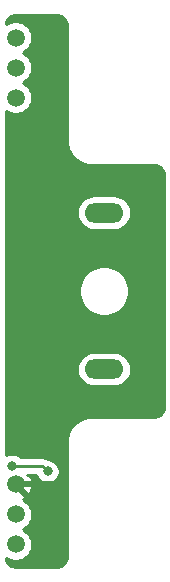
<source format=gbr>
%TF.GenerationSoftware,KiCad,Pcbnew,5.1.9-73d0e3b20d~88~ubuntu20.04.1*%
%TF.CreationDate,2021-04-18T17:47:56-07:00*%
%TF.ProjectId,encoder,656e636f-6465-4722-9e6b-696361645f70,rev?*%
%TF.SameCoordinates,Original*%
%TF.FileFunction,Copper,L2,Bot*%
%TF.FilePolarity,Positive*%
%FSLAX46Y46*%
G04 Gerber Fmt 4.6, Leading zero omitted, Abs format (unit mm)*
G04 Created by KiCad (PCBNEW 5.1.9-73d0e3b20d~88~ubuntu20.04.1) date 2021-04-18 17:47:56*
%MOMM*%
%LPD*%
G01*
G04 APERTURE LIST*
%TA.AperFunction,ComponentPad*%
%ADD10O,3.300000X1.650000*%
%TD*%
%TA.AperFunction,ComponentPad*%
%ADD11C,1.520000*%
%TD*%
%TA.AperFunction,ViaPad*%
%ADD12C,0.800000*%
%TD*%
%TA.AperFunction,Conductor*%
%ADD13C,0.250000*%
%TD*%
%TA.AperFunction,Conductor*%
%ADD14C,0.500000*%
%TD*%
%TA.AperFunction,Conductor*%
%ADD15C,0.254000*%
%TD*%
%TA.AperFunction,Conductor*%
%ADD16C,0.100000*%
%TD*%
G04 APERTURE END LIST*
D10*
%TO.P,CN1,7*%
%TO.N,/MOTOR-*%
X100000000Y-106625200D03*
%TO.P,CN1,8*%
%TO.N,/MOTOR+*%
X100000000Y-93375200D03*
D11*
%TO.P,CN1,3*%
%TO.N,/GND*%
X92519900Y-116380000D03*
%TO.P,CN1,2*%
%TO.N,/QUADA*%
X92519900Y-118920000D03*
%TO.P,CN1,1*%
%TO.N,/QUADB*%
X92519900Y-121460000D03*
%TO.P,CN1,6*%
%TO.N,/MOTOR-*%
X92519900Y-78540000D03*
%TO.P,CN1,5*%
%TO.N,/MOTOR+*%
X92519900Y-81080000D03*
%TO.P,CN1,4*%
%TO.N,/VCC*%
X92519900Y-83620000D03*
%TD*%
D12*
%TO.N,/QUADB*%
X92202000Y-114808006D03*
X95213010Y-115272616D03*
%TO.N,/GND*%
X94600000Y-98500000D03*
X94200000Y-92100000D03*
X97000000Y-89300000D03*
X95200000Y-104900000D03*
X93014800Y-86461600D03*
X95758000Y-110744000D03*
X96266000Y-116332000D03*
X93218000Y-112014000D03*
%TD*%
D13*
%TO.N,/QUADB*%
X94748400Y-114808006D02*
X95213010Y-115272616D01*
X92202000Y-114808006D02*
X94748400Y-114808006D01*
D14*
%TO.N,/GND*%
X94600000Y-98500000D02*
X94600000Y-92500000D01*
X94600000Y-92500000D02*
X94200000Y-92100000D01*
X94200000Y-92100000D02*
X97000000Y-89300000D01*
X94600000Y-104300000D02*
X95200000Y-104900000D01*
X94600000Y-98500000D02*
X94600000Y-104300000D01*
X95853200Y-89300000D02*
X93014800Y-86461600D01*
X97000000Y-89300000D02*
X95853200Y-89300000D01*
X95200000Y-104900000D02*
X95200000Y-110186000D01*
X95200000Y-110186000D02*
X95758000Y-110744000D01*
X96218000Y-116380000D02*
X96266000Y-116332000D01*
X92519900Y-116380000D02*
X96218000Y-116380000D01*
X95758000Y-110744000D02*
X94488000Y-112014000D01*
X94488000Y-112014000D02*
X93218000Y-112014000D01*
%TD*%
D15*
%TO.N,/GND*%
X96111703Y-76670542D02*
X96111705Y-76670542D01*
X96159926Y-76674251D01*
X96211037Y-76686046D01*
X96278418Y-76708506D01*
X96355168Y-76740486D01*
X96424388Y-76775096D01*
X96475561Y-76807661D01*
X96532739Y-76853404D01*
X96592665Y-76907337D01*
X96646606Y-76967271D01*
X96692338Y-77024437D01*
X96724904Y-77075612D01*
X96759514Y-77144832D01*
X96791495Y-77221585D01*
X96813954Y-77288964D01*
X96825749Y-77340074D01*
X96829458Y-77388295D01*
X96829458Y-77388296D01*
X96840001Y-77525354D01*
X96840000Y-87192974D01*
X96839458Y-87218296D01*
X96840000Y-87225342D01*
X96840000Y-87232418D01*
X96842486Y-87257657D01*
X96849458Y-87348295D01*
X96849458Y-87348296D01*
X96858281Y-87462997D01*
X96857115Y-87480190D01*
X96863256Y-87527670D01*
X96864431Y-87542943D01*
X96867415Y-87559827D01*
X96869613Y-87576818D01*
X96873055Y-87591734D01*
X96881390Y-87638889D01*
X96887643Y-87654949D01*
X96906715Y-87737597D01*
X96913618Y-87767954D01*
X96913952Y-87768956D01*
X96914192Y-87769996D01*
X96924196Y-87799688D01*
X96961254Y-87910864D01*
X96968301Y-87933920D01*
X96971493Y-87941580D01*
X96974121Y-87949465D01*
X96983960Y-87971501D01*
X97027045Y-88074906D01*
X97035180Y-88096164D01*
X97039516Y-88104837D01*
X97043239Y-88113771D01*
X97053992Y-88133787D01*
X97081339Y-88188481D01*
X97081778Y-88190055D01*
X97110393Y-88246589D01*
X97124177Y-88274157D01*
X97125043Y-88275532D01*
X97125779Y-88276987D01*
X97142382Y-88303077D01*
X97176082Y-88356613D01*
X97177205Y-88357798D01*
X97180043Y-88362259D01*
X97181259Y-88365301D01*
X97214910Y-88417050D01*
X97230589Y-88441688D01*
X97232599Y-88444252D01*
X97234375Y-88446983D01*
X97252611Y-88469777D01*
X97290703Y-88518366D01*
X97293190Y-88520501D01*
X97326365Y-88561971D01*
X97337739Y-88577419D01*
X97346603Y-88587267D01*
X97354879Y-88597613D01*
X97368271Y-88611343D01*
X97407500Y-88654931D01*
X97408703Y-88656923D01*
X97450885Y-88703138D01*
X97471113Y-88725613D01*
X97472830Y-88727180D01*
X97474387Y-88728886D01*
X97496760Y-88749022D01*
X97543077Y-88791297D01*
X97545069Y-88792500D01*
X97588660Y-88831733D01*
X97602387Y-88845121D01*
X97612725Y-88853392D01*
X97622580Y-88862261D01*
X97638035Y-88873640D01*
X97679500Y-88906812D01*
X97681634Y-88909297D01*
X97730180Y-88947356D01*
X97753016Y-88965625D01*
X97755753Y-88967405D01*
X97758312Y-88969411D01*
X97782930Y-88985077D01*
X97834698Y-89018740D01*
X97837738Y-89019955D01*
X97842202Y-89022795D01*
X97843387Y-89023918D01*
X97896923Y-89057618D01*
X97923013Y-89074221D01*
X97924468Y-89074957D01*
X97925843Y-89075823D01*
X97953411Y-89089607D01*
X98009945Y-89118222D01*
X98011519Y-89118661D01*
X98066213Y-89146008D01*
X98086229Y-89156761D01*
X98095163Y-89160484D01*
X98103836Y-89164820D01*
X98125087Y-89172952D01*
X98228499Y-89216040D01*
X98250535Y-89225879D01*
X98258420Y-89228507D01*
X98266080Y-89231699D01*
X98289133Y-89238745D01*
X98400388Y-89275830D01*
X98430004Y-89285808D01*
X98431041Y-89286047D01*
X98432045Y-89286382D01*
X98462458Y-89293297D01*
X98545052Y-89312357D01*
X98561111Y-89318610D01*
X98608263Y-89326944D01*
X98623181Y-89330387D01*
X98640175Y-89332585D01*
X98657057Y-89335569D01*
X98672329Y-89336744D01*
X98719810Y-89342885D01*
X98737003Y-89341719D01*
X98851703Y-89350542D01*
X98851705Y-89350542D01*
X98942341Y-89357514D01*
X98967581Y-89360000D01*
X98974657Y-89360000D01*
X98981703Y-89360542D01*
X99007025Y-89360000D01*
X104224659Y-89360000D01*
X104361703Y-89370542D01*
X104361705Y-89370542D01*
X104409926Y-89374251D01*
X104461037Y-89386046D01*
X104528418Y-89408506D01*
X104605168Y-89440486D01*
X104674388Y-89475096D01*
X104725561Y-89507661D01*
X104782739Y-89553404D01*
X104842665Y-89607337D01*
X104896606Y-89667271D01*
X104942338Y-89724437D01*
X104974904Y-89775612D01*
X105009514Y-89844832D01*
X105041495Y-89921585D01*
X105063954Y-89988964D01*
X105075749Y-90040074D01*
X105079458Y-90088295D01*
X105079458Y-90088296D01*
X105090001Y-90225354D01*
X105090000Y-109774659D01*
X105079458Y-109911704D01*
X105075749Y-109959926D01*
X105063954Y-110011036D01*
X105041495Y-110078415D01*
X105009514Y-110155168D01*
X104974904Y-110224388D01*
X104942338Y-110275563D01*
X104896606Y-110332729D01*
X104842665Y-110392663D01*
X104782739Y-110446596D01*
X104725561Y-110492339D01*
X104674388Y-110524904D01*
X104605168Y-110559514D01*
X104528418Y-110591494D01*
X104461037Y-110613954D01*
X104409926Y-110625749D01*
X104361705Y-110629458D01*
X104361703Y-110629458D01*
X104224659Y-110640000D01*
X99007025Y-110640000D01*
X98981703Y-110639458D01*
X98974657Y-110640000D01*
X98967581Y-110640000D01*
X98942341Y-110642486D01*
X98851705Y-110649458D01*
X98851703Y-110649458D01*
X98737003Y-110658281D01*
X98719810Y-110657115D01*
X98672329Y-110663256D01*
X98657057Y-110664431D01*
X98640175Y-110667415D01*
X98623181Y-110669613D01*
X98608263Y-110673056D01*
X98561111Y-110681390D01*
X98545052Y-110687643D01*
X98462458Y-110706703D01*
X98432045Y-110713618D01*
X98431041Y-110713953D01*
X98430004Y-110714192D01*
X98400388Y-110724170D01*
X98289133Y-110761255D01*
X98266080Y-110768301D01*
X98258420Y-110771493D01*
X98250535Y-110774121D01*
X98228499Y-110783960D01*
X98125087Y-110827048D01*
X98103836Y-110835180D01*
X98095163Y-110839516D01*
X98086229Y-110843239D01*
X98066213Y-110853992D01*
X98011519Y-110881339D01*
X98009945Y-110881778D01*
X97953411Y-110910393D01*
X97925843Y-110924177D01*
X97924468Y-110925043D01*
X97923013Y-110925779D01*
X97896923Y-110942382D01*
X97843387Y-110976082D01*
X97842202Y-110977205D01*
X97837738Y-110980045D01*
X97834698Y-110981260D01*
X97782930Y-111014923D01*
X97758312Y-111030589D01*
X97755753Y-111032595D01*
X97753016Y-111034375D01*
X97730180Y-111052644D01*
X97681634Y-111090703D01*
X97679500Y-111093188D01*
X97638035Y-111126360D01*
X97622580Y-111137739D01*
X97612725Y-111146608D01*
X97602387Y-111154879D01*
X97588660Y-111168267D01*
X97545069Y-111207500D01*
X97543077Y-111208703D01*
X97496760Y-111250978D01*
X97474387Y-111271114D01*
X97472830Y-111272820D01*
X97471113Y-111274387D01*
X97450885Y-111296862D01*
X97408703Y-111343077D01*
X97407500Y-111345069D01*
X97368271Y-111388657D01*
X97354879Y-111402387D01*
X97346603Y-111412733D01*
X97337739Y-111422581D01*
X97326365Y-111438029D01*
X97293190Y-111479499D01*
X97290703Y-111481634D01*
X97252611Y-111530223D01*
X97234375Y-111553017D01*
X97232599Y-111555748D01*
X97230589Y-111558312D01*
X97214910Y-111582950D01*
X97181259Y-111634699D01*
X97180043Y-111637741D01*
X97177205Y-111642202D01*
X97176082Y-111643387D01*
X97142445Y-111696823D01*
X97125779Y-111723013D01*
X97125043Y-111724468D01*
X97124177Y-111725843D01*
X97110393Y-111753411D01*
X97081778Y-111809945D01*
X97081339Y-111811519D01*
X97053992Y-111866213D01*
X97043239Y-111886229D01*
X97039516Y-111895163D01*
X97035180Y-111903836D01*
X97027045Y-111925094D01*
X96983960Y-112028499D01*
X96974121Y-112050535D01*
X96971493Y-112058420D01*
X96968301Y-112066080D01*
X96961254Y-112089136D01*
X96924196Y-112200312D01*
X96914192Y-112230004D01*
X96913952Y-112231044D01*
X96913618Y-112232046D01*
X96906715Y-112262403D01*
X96887643Y-112345051D01*
X96881390Y-112361111D01*
X96873055Y-112408266D01*
X96869613Y-112423182D01*
X96867415Y-112440173D01*
X96864431Y-112457057D01*
X96863256Y-112472330D01*
X96857115Y-112519810D01*
X96858281Y-112537003D01*
X96854431Y-112587057D01*
X96842483Y-112742384D01*
X96840001Y-112767581D01*
X96840001Y-112774645D01*
X96839458Y-112781704D01*
X96840001Y-112807072D01*
X96840000Y-122474659D01*
X96829458Y-122611703D01*
X96825749Y-122659926D01*
X96813954Y-122711036D01*
X96791495Y-122778415D01*
X96759514Y-122855168D01*
X96724904Y-122924388D01*
X96692338Y-122975563D01*
X96646606Y-123032729D01*
X96592665Y-123092663D01*
X96532739Y-123146596D01*
X96475561Y-123192339D01*
X96424388Y-123224904D01*
X96355168Y-123259514D01*
X96278418Y-123291494D01*
X96211037Y-123313954D01*
X96159926Y-123325749D01*
X96111705Y-123329458D01*
X96111703Y-123329458D01*
X95974659Y-123340000D01*
X92525341Y-123340000D01*
X92388296Y-123329458D01*
X92388295Y-123329458D01*
X92340074Y-123325749D01*
X92288964Y-123313954D01*
X92221585Y-123291495D01*
X92144832Y-123259514D01*
X92075612Y-123224904D01*
X92024437Y-123192338D01*
X91967271Y-123146606D01*
X91907337Y-123092665D01*
X91853404Y-123032739D01*
X91807661Y-122975561D01*
X91775096Y-122924388D01*
X91740486Y-122855168D01*
X91708506Y-122778418D01*
X91686046Y-122711037D01*
X91674251Y-122659926D01*
X91670542Y-122611703D01*
X91667179Y-122567982D01*
X91859120Y-122696233D01*
X92112993Y-122801391D01*
X92382504Y-122855000D01*
X92657296Y-122855000D01*
X92926807Y-122801391D01*
X93180680Y-122696233D01*
X93409161Y-122543567D01*
X93603467Y-122349261D01*
X93756133Y-122120780D01*
X93861291Y-121866907D01*
X93914900Y-121597396D01*
X93914900Y-121322604D01*
X93861291Y-121053093D01*
X93756133Y-120799220D01*
X93603467Y-120570739D01*
X93409161Y-120376433D01*
X93180680Y-120223767D01*
X93099160Y-120190000D01*
X93180680Y-120156233D01*
X93409161Y-120003567D01*
X93603467Y-119809261D01*
X93756133Y-119580780D01*
X93861291Y-119326907D01*
X93914900Y-119057396D01*
X93914900Y-118782604D01*
X93861291Y-118513093D01*
X93756133Y-118259220D01*
X93603467Y-118030739D01*
X93409161Y-117836433D01*
X93180680Y-117683767D01*
X93104399Y-117652170D01*
X93122226Y-117645744D01*
X93237694Y-117584025D01*
X93304431Y-117344137D01*
X92519900Y-116559605D01*
X92505758Y-116573748D01*
X92326152Y-116394142D01*
X92340295Y-116380000D01*
X92326152Y-116365858D01*
X92505758Y-116186253D01*
X92519900Y-116200395D01*
X92534042Y-116186252D01*
X92713648Y-116365858D01*
X92699505Y-116380000D01*
X93484037Y-117164531D01*
X93723925Y-117097794D01*
X93840824Y-116849108D01*
X93906961Y-116582394D01*
X93919795Y-116307903D01*
X93878831Y-116036183D01*
X93785644Y-115777674D01*
X93723925Y-115662206D01*
X93484039Y-115595469D01*
X93511502Y-115568006D01*
X94216489Y-115568006D01*
X94217784Y-115574514D01*
X94295805Y-115762872D01*
X94409073Y-115932390D01*
X94553236Y-116076553D01*
X94722754Y-116189821D01*
X94911112Y-116267842D01*
X95111071Y-116307616D01*
X95314949Y-116307616D01*
X95514908Y-116267842D01*
X95703266Y-116189821D01*
X95872784Y-116076553D01*
X96016947Y-115932390D01*
X96130215Y-115762872D01*
X96208236Y-115574514D01*
X96248010Y-115374555D01*
X96248010Y-115170677D01*
X96208236Y-114970718D01*
X96130215Y-114782360D01*
X96016947Y-114612842D01*
X95872784Y-114468679D01*
X95703266Y-114355411D01*
X95514908Y-114277390D01*
X95314949Y-114237616D01*
X95251372Y-114237616D01*
X95172676Y-114173032D01*
X95040647Y-114102460D01*
X94897386Y-114059003D01*
X94785733Y-114048006D01*
X94785722Y-114048006D01*
X94748400Y-114044330D01*
X94711078Y-114048006D01*
X92905711Y-114048006D01*
X92861774Y-114004069D01*
X92692256Y-113890801D01*
X92503898Y-113812780D01*
X92303939Y-113773006D01*
X92100061Y-113773006D01*
X91900102Y-113812780D01*
X91711744Y-113890801D01*
X91660000Y-113925375D01*
X91660000Y-106625200D01*
X97707936Y-106625200D01*
X97736125Y-106911410D01*
X97819610Y-107186621D01*
X97955181Y-107440257D01*
X98137629Y-107662571D01*
X98359943Y-107845019D01*
X98613579Y-107980590D01*
X98888790Y-108064075D01*
X99103277Y-108085200D01*
X100896723Y-108085200D01*
X101111210Y-108064075D01*
X101386421Y-107980590D01*
X101640057Y-107845019D01*
X101862371Y-107662571D01*
X102044819Y-107440257D01*
X102180390Y-107186621D01*
X102263875Y-106911410D01*
X102292064Y-106625200D01*
X102263875Y-106338990D01*
X102180390Y-106063779D01*
X102044819Y-105810143D01*
X101862371Y-105587829D01*
X101640057Y-105405381D01*
X101386421Y-105269810D01*
X101111210Y-105186325D01*
X100896723Y-105165200D01*
X99103277Y-105165200D01*
X98888790Y-105186325D01*
X98613579Y-105269810D01*
X98359943Y-105405381D01*
X98137629Y-105587829D01*
X97955181Y-105810143D01*
X97819610Y-106063779D01*
X97736125Y-106338990D01*
X97707936Y-106625200D01*
X91660000Y-106625200D01*
X91660000Y-99789721D01*
X97865000Y-99789721D01*
X97865000Y-100210279D01*
X97947047Y-100622756D01*
X98107988Y-101011302D01*
X98341637Y-101360983D01*
X98639017Y-101658363D01*
X98988698Y-101892012D01*
X99377244Y-102052953D01*
X99789721Y-102135000D01*
X100210279Y-102135000D01*
X100622756Y-102052953D01*
X101011302Y-101892012D01*
X101360983Y-101658363D01*
X101658363Y-101360983D01*
X101892012Y-101011302D01*
X102052953Y-100622756D01*
X102135000Y-100210279D01*
X102135000Y-99789721D01*
X102052953Y-99377244D01*
X101892012Y-98988698D01*
X101658363Y-98639017D01*
X101360983Y-98341637D01*
X101011302Y-98107988D01*
X100622756Y-97947047D01*
X100210279Y-97865000D01*
X99789721Y-97865000D01*
X99377244Y-97947047D01*
X98988698Y-98107988D01*
X98639017Y-98341637D01*
X98341637Y-98639017D01*
X98107988Y-98988698D01*
X97947047Y-99377244D01*
X97865000Y-99789721D01*
X91660000Y-99789721D01*
X91660000Y-93375200D01*
X97707936Y-93375200D01*
X97736125Y-93661410D01*
X97819610Y-93936621D01*
X97955181Y-94190257D01*
X98137629Y-94412571D01*
X98359943Y-94595019D01*
X98613579Y-94730590D01*
X98888790Y-94814075D01*
X99103277Y-94835200D01*
X100896723Y-94835200D01*
X101111210Y-94814075D01*
X101386421Y-94730590D01*
X101640057Y-94595019D01*
X101862371Y-94412571D01*
X102044819Y-94190257D01*
X102180390Y-93936621D01*
X102263875Y-93661410D01*
X102292064Y-93375200D01*
X102263875Y-93088990D01*
X102180390Y-92813779D01*
X102044819Y-92560143D01*
X101862371Y-92337829D01*
X101640057Y-92155381D01*
X101386421Y-92019810D01*
X101111210Y-91936325D01*
X100896723Y-91915200D01*
X99103277Y-91915200D01*
X98888790Y-91936325D01*
X98613579Y-92019810D01*
X98359943Y-92155381D01*
X98137629Y-92337829D01*
X97955181Y-92560143D01*
X97819610Y-92813779D01*
X97736125Y-93088990D01*
X97707936Y-93375200D01*
X91660000Y-93375200D01*
X91660000Y-84723185D01*
X91859120Y-84856233D01*
X92112993Y-84961391D01*
X92382504Y-85015000D01*
X92657296Y-85015000D01*
X92926807Y-84961391D01*
X93180680Y-84856233D01*
X93409161Y-84703567D01*
X93603467Y-84509261D01*
X93756133Y-84280780D01*
X93861291Y-84026907D01*
X93914900Y-83757396D01*
X93914900Y-83482604D01*
X93861291Y-83213093D01*
X93756133Y-82959220D01*
X93603467Y-82730739D01*
X93409161Y-82536433D01*
X93180680Y-82383767D01*
X93099160Y-82350000D01*
X93180680Y-82316233D01*
X93409161Y-82163567D01*
X93603467Y-81969261D01*
X93756133Y-81740780D01*
X93861291Y-81486907D01*
X93914900Y-81217396D01*
X93914900Y-80942604D01*
X93861291Y-80673093D01*
X93756133Y-80419220D01*
X93603467Y-80190739D01*
X93409161Y-79996433D01*
X93180680Y-79843767D01*
X93099160Y-79810000D01*
X93180680Y-79776233D01*
X93409161Y-79623567D01*
X93603467Y-79429261D01*
X93756133Y-79200780D01*
X93861291Y-78946907D01*
X93914900Y-78677396D01*
X93914900Y-78402604D01*
X93861291Y-78133093D01*
X93756133Y-77879220D01*
X93603467Y-77650739D01*
X93409161Y-77456433D01*
X93180680Y-77303767D01*
X92926807Y-77198609D01*
X92657296Y-77145000D01*
X92382504Y-77145000D01*
X92112993Y-77198609D01*
X91859120Y-77303767D01*
X91667179Y-77432018D01*
X91670542Y-77388297D01*
X91670542Y-77388295D01*
X91674251Y-77340074D01*
X91686046Y-77288963D01*
X91708506Y-77221582D01*
X91740486Y-77144832D01*
X91775096Y-77075612D01*
X91807661Y-77024439D01*
X91853404Y-76967261D01*
X91907337Y-76907335D01*
X91967271Y-76853394D01*
X92024437Y-76807662D01*
X92075612Y-76775096D01*
X92144832Y-76740486D01*
X92221585Y-76708505D01*
X92288964Y-76686046D01*
X92340074Y-76674251D01*
X92388295Y-76670542D01*
X92388296Y-76670542D01*
X92525341Y-76660000D01*
X95974659Y-76660000D01*
X96111703Y-76670542D01*
%TA.AperFunction,Conductor*%
D16*
G36*
X96111703Y-76670542D02*
G01*
X96111705Y-76670542D01*
X96159926Y-76674251D01*
X96211037Y-76686046D01*
X96278418Y-76708506D01*
X96355168Y-76740486D01*
X96424388Y-76775096D01*
X96475561Y-76807661D01*
X96532739Y-76853404D01*
X96592665Y-76907337D01*
X96646606Y-76967271D01*
X96692338Y-77024437D01*
X96724904Y-77075612D01*
X96759514Y-77144832D01*
X96791495Y-77221585D01*
X96813954Y-77288964D01*
X96825749Y-77340074D01*
X96829458Y-77388295D01*
X96829458Y-77388296D01*
X96840001Y-77525354D01*
X96840000Y-87192974D01*
X96839458Y-87218296D01*
X96840000Y-87225342D01*
X96840000Y-87232418D01*
X96842486Y-87257657D01*
X96849458Y-87348295D01*
X96849458Y-87348296D01*
X96858281Y-87462997D01*
X96857115Y-87480190D01*
X96863256Y-87527670D01*
X96864431Y-87542943D01*
X96867415Y-87559827D01*
X96869613Y-87576818D01*
X96873055Y-87591734D01*
X96881390Y-87638889D01*
X96887643Y-87654949D01*
X96906715Y-87737597D01*
X96913618Y-87767954D01*
X96913952Y-87768956D01*
X96914192Y-87769996D01*
X96924196Y-87799688D01*
X96961254Y-87910864D01*
X96968301Y-87933920D01*
X96971493Y-87941580D01*
X96974121Y-87949465D01*
X96983960Y-87971501D01*
X97027045Y-88074906D01*
X97035180Y-88096164D01*
X97039516Y-88104837D01*
X97043239Y-88113771D01*
X97053992Y-88133787D01*
X97081339Y-88188481D01*
X97081778Y-88190055D01*
X97110393Y-88246589D01*
X97124177Y-88274157D01*
X97125043Y-88275532D01*
X97125779Y-88276987D01*
X97142382Y-88303077D01*
X97176082Y-88356613D01*
X97177205Y-88357798D01*
X97180043Y-88362259D01*
X97181259Y-88365301D01*
X97214910Y-88417050D01*
X97230589Y-88441688D01*
X97232599Y-88444252D01*
X97234375Y-88446983D01*
X97252611Y-88469777D01*
X97290703Y-88518366D01*
X97293190Y-88520501D01*
X97326365Y-88561971D01*
X97337739Y-88577419D01*
X97346603Y-88587267D01*
X97354879Y-88597613D01*
X97368271Y-88611343D01*
X97407500Y-88654931D01*
X97408703Y-88656923D01*
X97450885Y-88703138D01*
X97471113Y-88725613D01*
X97472830Y-88727180D01*
X97474387Y-88728886D01*
X97496760Y-88749022D01*
X97543077Y-88791297D01*
X97545069Y-88792500D01*
X97588660Y-88831733D01*
X97602387Y-88845121D01*
X97612725Y-88853392D01*
X97622580Y-88862261D01*
X97638035Y-88873640D01*
X97679500Y-88906812D01*
X97681634Y-88909297D01*
X97730180Y-88947356D01*
X97753016Y-88965625D01*
X97755753Y-88967405D01*
X97758312Y-88969411D01*
X97782930Y-88985077D01*
X97834698Y-89018740D01*
X97837738Y-89019955D01*
X97842202Y-89022795D01*
X97843387Y-89023918D01*
X97896923Y-89057618D01*
X97923013Y-89074221D01*
X97924468Y-89074957D01*
X97925843Y-89075823D01*
X97953411Y-89089607D01*
X98009945Y-89118222D01*
X98011519Y-89118661D01*
X98066213Y-89146008D01*
X98086229Y-89156761D01*
X98095163Y-89160484D01*
X98103836Y-89164820D01*
X98125087Y-89172952D01*
X98228499Y-89216040D01*
X98250535Y-89225879D01*
X98258420Y-89228507D01*
X98266080Y-89231699D01*
X98289133Y-89238745D01*
X98400388Y-89275830D01*
X98430004Y-89285808D01*
X98431041Y-89286047D01*
X98432045Y-89286382D01*
X98462458Y-89293297D01*
X98545052Y-89312357D01*
X98561111Y-89318610D01*
X98608263Y-89326944D01*
X98623181Y-89330387D01*
X98640175Y-89332585D01*
X98657057Y-89335569D01*
X98672329Y-89336744D01*
X98719810Y-89342885D01*
X98737003Y-89341719D01*
X98851703Y-89350542D01*
X98851705Y-89350542D01*
X98942341Y-89357514D01*
X98967581Y-89360000D01*
X98974657Y-89360000D01*
X98981703Y-89360542D01*
X99007025Y-89360000D01*
X104224659Y-89360000D01*
X104361703Y-89370542D01*
X104361705Y-89370542D01*
X104409926Y-89374251D01*
X104461037Y-89386046D01*
X104528418Y-89408506D01*
X104605168Y-89440486D01*
X104674388Y-89475096D01*
X104725561Y-89507661D01*
X104782739Y-89553404D01*
X104842665Y-89607337D01*
X104896606Y-89667271D01*
X104942338Y-89724437D01*
X104974904Y-89775612D01*
X105009514Y-89844832D01*
X105041495Y-89921585D01*
X105063954Y-89988964D01*
X105075749Y-90040074D01*
X105079458Y-90088295D01*
X105079458Y-90088296D01*
X105090001Y-90225354D01*
X105090000Y-109774659D01*
X105079458Y-109911704D01*
X105075749Y-109959926D01*
X105063954Y-110011036D01*
X105041495Y-110078415D01*
X105009514Y-110155168D01*
X104974904Y-110224388D01*
X104942338Y-110275563D01*
X104896606Y-110332729D01*
X104842665Y-110392663D01*
X104782739Y-110446596D01*
X104725561Y-110492339D01*
X104674388Y-110524904D01*
X104605168Y-110559514D01*
X104528418Y-110591494D01*
X104461037Y-110613954D01*
X104409926Y-110625749D01*
X104361705Y-110629458D01*
X104361703Y-110629458D01*
X104224659Y-110640000D01*
X99007025Y-110640000D01*
X98981703Y-110639458D01*
X98974657Y-110640000D01*
X98967581Y-110640000D01*
X98942341Y-110642486D01*
X98851705Y-110649458D01*
X98851703Y-110649458D01*
X98737003Y-110658281D01*
X98719810Y-110657115D01*
X98672329Y-110663256D01*
X98657057Y-110664431D01*
X98640175Y-110667415D01*
X98623181Y-110669613D01*
X98608263Y-110673056D01*
X98561111Y-110681390D01*
X98545052Y-110687643D01*
X98462458Y-110706703D01*
X98432045Y-110713618D01*
X98431041Y-110713953D01*
X98430004Y-110714192D01*
X98400388Y-110724170D01*
X98289133Y-110761255D01*
X98266080Y-110768301D01*
X98258420Y-110771493D01*
X98250535Y-110774121D01*
X98228499Y-110783960D01*
X98125087Y-110827048D01*
X98103836Y-110835180D01*
X98095163Y-110839516D01*
X98086229Y-110843239D01*
X98066213Y-110853992D01*
X98011519Y-110881339D01*
X98009945Y-110881778D01*
X97953411Y-110910393D01*
X97925843Y-110924177D01*
X97924468Y-110925043D01*
X97923013Y-110925779D01*
X97896923Y-110942382D01*
X97843387Y-110976082D01*
X97842202Y-110977205D01*
X97837738Y-110980045D01*
X97834698Y-110981260D01*
X97782930Y-111014923D01*
X97758312Y-111030589D01*
X97755753Y-111032595D01*
X97753016Y-111034375D01*
X97730180Y-111052644D01*
X97681634Y-111090703D01*
X97679500Y-111093188D01*
X97638035Y-111126360D01*
X97622580Y-111137739D01*
X97612725Y-111146608D01*
X97602387Y-111154879D01*
X97588660Y-111168267D01*
X97545069Y-111207500D01*
X97543077Y-111208703D01*
X97496760Y-111250978D01*
X97474387Y-111271114D01*
X97472830Y-111272820D01*
X97471113Y-111274387D01*
X97450885Y-111296862D01*
X97408703Y-111343077D01*
X97407500Y-111345069D01*
X97368271Y-111388657D01*
X97354879Y-111402387D01*
X97346603Y-111412733D01*
X97337739Y-111422581D01*
X97326365Y-111438029D01*
X97293190Y-111479499D01*
X97290703Y-111481634D01*
X97252611Y-111530223D01*
X97234375Y-111553017D01*
X97232599Y-111555748D01*
X97230589Y-111558312D01*
X97214910Y-111582950D01*
X97181259Y-111634699D01*
X97180043Y-111637741D01*
X97177205Y-111642202D01*
X97176082Y-111643387D01*
X97142445Y-111696823D01*
X97125779Y-111723013D01*
X97125043Y-111724468D01*
X97124177Y-111725843D01*
X97110393Y-111753411D01*
X97081778Y-111809945D01*
X97081339Y-111811519D01*
X97053992Y-111866213D01*
X97043239Y-111886229D01*
X97039516Y-111895163D01*
X97035180Y-111903836D01*
X97027045Y-111925094D01*
X96983960Y-112028499D01*
X96974121Y-112050535D01*
X96971493Y-112058420D01*
X96968301Y-112066080D01*
X96961254Y-112089136D01*
X96924196Y-112200312D01*
X96914192Y-112230004D01*
X96913952Y-112231044D01*
X96913618Y-112232046D01*
X96906715Y-112262403D01*
X96887643Y-112345051D01*
X96881390Y-112361111D01*
X96873055Y-112408266D01*
X96869613Y-112423182D01*
X96867415Y-112440173D01*
X96864431Y-112457057D01*
X96863256Y-112472330D01*
X96857115Y-112519810D01*
X96858281Y-112537003D01*
X96854431Y-112587057D01*
X96842483Y-112742384D01*
X96840001Y-112767581D01*
X96840001Y-112774645D01*
X96839458Y-112781704D01*
X96840001Y-112807072D01*
X96840000Y-122474659D01*
X96829458Y-122611703D01*
X96825749Y-122659926D01*
X96813954Y-122711036D01*
X96791495Y-122778415D01*
X96759514Y-122855168D01*
X96724904Y-122924388D01*
X96692338Y-122975563D01*
X96646606Y-123032729D01*
X96592665Y-123092663D01*
X96532739Y-123146596D01*
X96475561Y-123192339D01*
X96424388Y-123224904D01*
X96355168Y-123259514D01*
X96278418Y-123291494D01*
X96211037Y-123313954D01*
X96159926Y-123325749D01*
X96111705Y-123329458D01*
X96111703Y-123329458D01*
X95974659Y-123340000D01*
X92525341Y-123340000D01*
X92388296Y-123329458D01*
X92388295Y-123329458D01*
X92340074Y-123325749D01*
X92288964Y-123313954D01*
X92221585Y-123291495D01*
X92144832Y-123259514D01*
X92075612Y-123224904D01*
X92024437Y-123192338D01*
X91967271Y-123146606D01*
X91907337Y-123092665D01*
X91853404Y-123032739D01*
X91807661Y-122975561D01*
X91775096Y-122924388D01*
X91740486Y-122855168D01*
X91708506Y-122778418D01*
X91686046Y-122711037D01*
X91674251Y-122659926D01*
X91670542Y-122611703D01*
X91667179Y-122567982D01*
X91859120Y-122696233D01*
X92112993Y-122801391D01*
X92382504Y-122855000D01*
X92657296Y-122855000D01*
X92926807Y-122801391D01*
X93180680Y-122696233D01*
X93409161Y-122543567D01*
X93603467Y-122349261D01*
X93756133Y-122120780D01*
X93861291Y-121866907D01*
X93914900Y-121597396D01*
X93914900Y-121322604D01*
X93861291Y-121053093D01*
X93756133Y-120799220D01*
X93603467Y-120570739D01*
X93409161Y-120376433D01*
X93180680Y-120223767D01*
X93099160Y-120190000D01*
X93180680Y-120156233D01*
X93409161Y-120003567D01*
X93603467Y-119809261D01*
X93756133Y-119580780D01*
X93861291Y-119326907D01*
X93914900Y-119057396D01*
X93914900Y-118782604D01*
X93861291Y-118513093D01*
X93756133Y-118259220D01*
X93603467Y-118030739D01*
X93409161Y-117836433D01*
X93180680Y-117683767D01*
X93104399Y-117652170D01*
X93122226Y-117645744D01*
X93237694Y-117584025D01*
X93304431Y-117344137D01*
X92519900Y-116559605D01*
X92505758Y-116573748D01*
X92326152Y-116394142D01*
X92340295Y-116380000D01*
X92326152Y-116365858D01*
X92505758Y-116186253D01*
X92519900Y-116200395D01*
X92534042Y-116186252D01*
X92713648Y-116365858D01*
X92699505Y-116380000D01*
X93484037Y-117164531D01*
X93723925Y-117097794D01*
X93840824Y-116849108D01*
X93906961Y-116582394D01*
X93919795Y-116307903D01*
X93878831Y-116036183D01*
X93785644Y-115777674D01*
X93723925Y-115662206D01*
X93484039Y-115595469D01*
X93511502Y-115568006D01*
X94216489Y-115568006D01*
X94217784Y-115574514D01*
X94295805Y-115762872D01*
X94409073Y-115932390D01*
X94553236Y-116076553D01*
X94722754Y-116189821D01*
X94911112Y-116267842D01*
X95111071Y-116307616D01*
X95314949Y-116307616D01*
X95514908Y-116267842D01*
X95703266Y-116189821D01*
X95872784Y-116076553D01*
X96016947Y-115932390D01*
X96130215Y-115762872D01*
X96208236Y-115574514D01*
X96248010Y-115374555D01*
X96248010Y-115170677D01*
X96208236Y-114970718D01*
X96130215Y-114782360D01*
X96016947Y-114612842D01*
X95872784Y-114468679D01*
X95703266Y-114355411D01*
X95514908Y-114277390D01*
X95314949Y-114237616D01*
X95251372Y-114237616D01*
X95172676Y-114173032D01*
X95040647Y-114102460D01*
X94897386Y-114059003D01*
X94785733Y-114048006D01*
X94785722Y-114048006D01*
X94748400Y-114044330D01*
X94711078Y-114048006D01*
X92905711Y-114048006D01*
X92861774Y-114004069D01*
X92692256Y-113890801D01*
X92503898Y-113812780D01*
X92303939Y-113773006D01*
X92100061Y-113773006D01*
X91900102Y-113812780D01*
X91711744Y-113890801D01*
X91660000Y-113925375D01*
X91660000Y-106625200D01*
X97707936Y-106625200D01*
X97736125Y-106911410D01*
X97819610Y-107186621D01*
X97955181Y-107440257D01*
X98137629Y-107662571D01*
X98359943Y-107845019D01*
X98613579Y-107980590D01*
X98888790Y-108064075D01*
X99103277Y-108085200D01*
X100896723Y-108085200D01*
X101111210Y-108064075D01*
X101386421Y-107980590D01*
X101640057Y-107845019D01*
X101862371Y-107662571D01*
X102044819Y-107440257D01*
X102180390Y-107186621D01*
X102263875Y-106911410D01*
X102292064Y-106625200D01*
X102263875Y-106338990D01*
X102180390Y-106063779D01*
X102044819Y-105810143D01*
X101862371Y-105587829D01*
X101640057Y-105405381D01*
X101386421Y-105269810D01*
X101111210Y-105186325D01*
X100896723Y-105165200D01*
X99103277Y-105165200D01*
X98888790Y-105186325D01*
X98613579Y-105269810D01*
X98359943Y-105405381D01*
X98137629Y-105587829D01*
X97955181Y-105810143D01*
X97819610Y-106063779D01*
X97736125Y-106338990D01*
X97707936Y-106625200D01*
X91660000Y-106625200D01*
X91660000Y-99789721D01*
X97865000Y-99789721D01*
X97865000Y-100210279D01*
X97947047Y-100622756D01*
X98107988Y-101011302D01*
X98341637Y-101360983D01*
X98639017Y-101658363D01*
X98988698Y-101892012D01*
X99377244Y-102052953D01*
X99789721Y-102135000D01*
X100210279Y-102135000D01*
X100622756Y-102052953D01*
X101011302Y-101892012D01*
X101360983Y-101658363D01*
X101658363Y-101360983D01*
X101892012Y-101011302D01*
X102052953Y-100622756D01*
X102135000Y-100210279D01*
X102135000Y-99789721D01*
X102052953Y-99377244D01*
X101892012Y-98988698D01*
X101658363Y-98639017D01*
X101360983Y-98341637D01*
X101011302Y-98107988D01*
X100622756Y-97947047D01*
X100210279Y-97865000D01*
X99789721Y-97865000D01*
X99377244Y-97947047D01*
X98988698Y-98107988D01*
X98639017Y-98341637D01*
X98341637Y-98639017D01*
X98107988Y-98988698D01*
X97947047Y-99377244D01*
X97865000Y-99789721D01*
X91660000Y-99789721D01*
X91660000Y-93375200D01*
X97707936Y-93375200D01*
X97736125Y-93661410D01*
X97819610Y-93936621D01*
X97955181Y-94190257D01*
X98137629Y-94412571D01*
X98359943Y-94595019D01*
X98613579Y-94730590D01*
X98888790Y-94814075D01*
X99103277Y-94835200D01*
X100896723Y-94835200D01*
X101111210Y-94814075D01*
X101386421Y-94730590D01*
X101640057Y-94595019D01*
X101862371Y-94412571D01*
X102044819Y-94190257D01*
X102180390Y-93936621D01*
X102263875Y-93661410D01*
X102292064Y-93375200D01*
X102263875Y-93088990D01*
X102180390Y-92813779D01*
X102044819Y-92560143D01*
X101862371Y-92337829D01*
X101640057Y-92155381D01*
X101386421Y-92019810D01*
X101111210Y-91936325D01*
X100896723Y-91915200D01*
X99103277Y-91915200D01*
X98888790Y-91936325D01*
X98613579Y-92019810D01*
X98359943Y-92155381D01*
X98137629Y-92337829D01*
X97955181Y-92560143D01*
X97819610Y-92813779D01*
X97736125Y-93088990D01*
X97707936Y-93375200D01*
X91660000Y-93375200D01*
X91660000Y-84723185D01*
X91859120Y-84856233D01*
X92112993Y-84961391D01*
X92382504Y-85015000D01*
X92657296Y-85015000D01*
X92926807Y-84961391D01*
X93180680Y-84856233D01*
X93409161Y-84703567D01*
X93603467Y-84509261D01*
X93756133Y-84280780D01*
X93861291Y-84026907D01*
X93914900Y-83757396D01*
X93914900Y-83482604D01*
X93861291Y-83213093D01*
X93756133Y-82959220D01*
X93603467Y-82730739D01*
X93409161Y-82536433D01*
X93180680Y-82383767D01*
X93099160Y-82350000D01*
X93180680Y-82316233D01*
X93409161Y-82163567D01*
X93603467Y-81969261D01*
X93756133Y-81740780D01*
X93861291Y-81486907D01*
X93914900Y-81217396D01*
X93914900Y-80942604D01*
X93861291Y-80673093D01*
X93756133Y-80419220D01*
X93603467Y-80190739D01*
X93409161Y-79996433D01*
X93180680Y-79843767D01*
X93099160Y-79810000D01*
X93180680Y-79776233D01*
X93409161Y-79623567D01*
X93603467Y-79429261D01*
X93756133Y-79200780D01*
X93861291Y-78946907D01*
X93914900Y-78677396D01*
X93914900Y-78402604D01*
X93861291Y-78133093D01*
X93756133Y-77879220D01*
X93603467Y-77650739D01*
X93409161Y-77456433D01*
X93180680Y-77303767D01*
X92926807Y-77198609D01*
X92657296Y-77145000D01*
X92382504Y-77145000D01*
X92112993Y-77198609D01*
X91859120Y-77303767D01*
X91667179Y-77432018D01*
X91670542Y-77388297D01*
X91670542Y-77388295D01*
X91674251Y-77340074D01*
X91686046Y-77288963D01*
X91708506Y-77221582D01*
X91740486Y-77144832D01*
X91775096Y-77075612D01*
X91807661Y-77024439D01*
X91853404Y-76967261D01*
X91907337Y-76907335D01*
X91967271Y-76853394D01*
X92024437Y-76807662D01*
X92075612Y-76775096D01*
X92144832Y-76740486D01*
X92221585Y-76708505D01*
X92288964Y-76686046D01*
X92340074Y-76674251D01*
X92388295Y-76670542D01*
X92388296Y-76670542D01*
X92525341Y-76660000D01*
X95974659Y-76660000D01*
X96111703Y-76670542D01*
G37*
%TD.AperFunction*%
%TD*%
M02*

</source>
